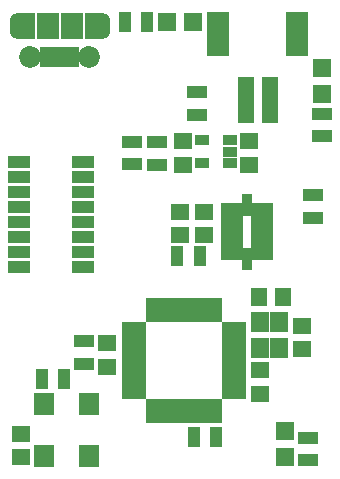
<source format=gbr>
G04 #@! TF.GenerationSoftware,KiCad,Pcbnew,5.0.0-fee4fd1~66~ubuntu16.04.1*
G04 #@! TF.CreationDate,2019-03-22T18:21:00-04:00*
G04 #@! TF.ProjectId,circuit,636972637569742E6B696361645F7063,rev?*
G04 #@! TF.SameCoordinates,Original*
G04 #@! TF.FileFunction,Soldermask,Top*
G04 #@! TF.FilePolarity,Negative*
%FSLAX46Y46*%
G04 Gerber Fmt 4.6, Leading zero omitted, Abs format (unit mm)*
G04 Created by KiCad (PCBNEW 5.0.0-fee4fd1~66~ubuntu16.04.1) date Fri Mar 22 18:21:00 2019*
%MOMM*%
%LPD*%
G01*
G04 APERTURE LIST*
%ADD10R,1.900000X1.000000*%
%ADD11R,0.950000X1.945000*%
%ADD12R,1.945000X0.950000*%
%ADD13R,1.650000X1.400000*%
%ADD14R,1.400000X1.650000*%
%ADD15R,1.600000X1.600000*%
%ADD16R,1.400000X3.900000*%
%ADD17R,1.900000X3.800000*%
%ADD18R,1.700000X1.100000*%
%ADD19R,1.100000X1.700000*%
%ADD20R,1.800000X1.900000*%
%ADD21R,2.000000X0.950000*%
%ADD22R,0.950000X2.000000*%
%ADD23R,1.600000X1.800000*%
%ADD24R,1.200000X0.950000*%
%ADD25R,1.600000X2.300000*%
%ADD26O,1.600000X2.300000*%
%ADD27R,1.900000X2.300000*%
%ADD28C,1.850000*%
%ADD29R,0.800000X1.750000*%
G04 APERTURE END LIST*
D10*
G04 #@! TO.C,U6*
X191320000Y-87665000D03*
X191320000Y-88935000D03*
X191320000Y-90205000D03*
X191320000Y-91475000D03*
X191320000Y-92745000D03*
X191320000Y-94015000D03*
X191320000Y-95285000D03*
X191320000Y-96555000D03*
X185920000Y-96555000D03*
X185920000Y-95285000D03*
X185920000Y-94015000D03*
X185920000Y-92745000D03*
X185920000Y-91475000D03*
X185920000Y-90205000D03*
X185920000Y-88935000D03*
X185920000Y-87665000D03*
G04 #@! TD*
D11*
G04 #@! TO.C,U3*
X205210000Y-95847500D03*
X205210000Y-91252500D03*
D12*
X206507500Y-93950000D03*
X206507500Y-93150000D03*
X203912500Y-93950000D03*
X203912500Y-93150000D03*
X206507500Y-94750000D03*
X206507500Y-95550000D03*
X206507500Y-92350000D03*
X206507500Y-91550000D03*
X203912500Y-92350000D03*
X203912500Y-94750000D03*
X203912500Y-91550000D03*
X203912500Y-95550000D03*
G04 #@! TD*
D13*
G04 #@! TO.C,C1*
X186070000Y-112640000D03*
X186070000Y-110640000D03*
G04 #@! TD*
G04 #@! TO.C,C4*
X209857220Y-101508700D03*
X209857220Y-103508700D03*
G04 #@! TD*
D14*
G04 #@! TO.C,C5*
X206235940Y-99100020D03*
X208235940Y-99100020D03*
G04 #@! TD*
D13*
G04 #@! TO.C,C6*
X193370000Y-104970000D03*
X193370000Y-102970000D03*
G04 #@! TD*
G04 #@! TO.C,C7*
X206329160Y-107262060D03*
X206329160Y-105262060D03*
G04 #@! TD*
D15*
G04 #@! TO.C,D1*
X200660000Y-75750000D03*
X198460000Y-75750000D03*
G04 #@! TD*
G04 #@! TO.C,D2*
X208373580Y-110446720D03*
X208373580Y-112646720D03*
G04 #@! TD*
G04 #@! TO.C,D3*
X211528660Y-79651500D03*
X211528660Y-81851500D03*
G04 #@! TD*
D16*
G04 #@! TO.C,J1*
X207116680Y-82344260D03*
X205116680Y-82344260D03*
D17*
X209466680Y-76794260D03*
X202766680Y-76794260D03*
G04 #@! TD*
D18*
G04 #@! TO.C,R1*
X210380180Y-110998040D03*
X210380180Y-112898040D03*
G04 #@! TD*
D19*
G04 #@! TO.C,R2*
X194860000Y-75780000D03*
X196760000Y-75780000D03*
G04 #@! TD*
D18*
G04 #@! TO.C,R3*
X211576920Y-83550720D03*
X211576920Y-85450720D03*
G04 #@! TD*
G04 #@! TO.C,R4*
X200930000Y-83630000D03*
X200930000Y-81730000D03*
G04 #@! TD*
D19*
G04 #@! TO.C,R5*
X189725380Y-106011980D03*
X187825380Y-106011980D03*
G04 #@! TD*
G04 #@! TO.C,R6*
X202597940Y-110878000D03*
X200697940Y-110878000D03*
G04 #@! TD*
D18*
G04 #@! TO.C,R7*
X191360000Y-102830000D03*
X191360000Y-104730000D03*
G04 #@! TD*
D20*
G04 #@! TO.C,U1*
X191843820Y-108157920D03*
X188043820Y-108157920D03*
X191843820Y-112557920D03*
X188043820Y-112557920D03*
G04 #@! TD*
D21*
G04 #@! TO.C,U4*
X204086920Y-107246720D03*
X204086920Y-106446720D03*
X204086920Y-105646720D03*
X204086920Y-104846720D03*
X204086920Y-104046720D03*
X204086920Y-103246720D03*
X204086920Y-102446720D03*
X204086920Y-101646720D03*
D22*
X202636920Y-100196720D03*
X201836920Y-100196720D03*
X201036920Y-100196720D03*
X200236920Y-100196720D03*
X199436920Y-100196720D03*
X198636920Y-100196720D03*
X197836920Y-100196720D03*
X197036920Y-100196720D03*
D21*
X195586920Y-101646720D03*
X195586920Y-102446720D03*
X195586920Y-103246720D03*
X195586920Y-104046720D03*
X195586920Y-104846720D03*
X195586920Y-105646720D03*
X195586920Y-106446720D03*
X195586920Y-107246720D03*
D22*
X197036920Y-108696720D03*
X197836920Y-108696720D03*
X198636920Y-108696720D03*
X199436920Y-108696720D03*
X200236920Y-108696720D03*
X201036920Y-108696720D03*
X201836920Y-108696720D03*
X202636920Y-108696720D03*
G04 #@! TD*
D23*
G04 #@! TO.C,Y1*
X207893700Y-103418200D03*
X207893700Y-101218200D03*
X206293700Y-101218200D03*
X206293700Y-103418200D03*
G04 #@! TD*
D13*
G04 #@! TO.C,C2*
X205360000Y-85870000D03*
X205360000Y-87870000D03*
G04 #@! TD*
G04 #@! TO.C,C3*
X199800000Y-87890000D03*
X199800000Y-85890000D03*
G04 #@! TD*
D18*
G04 #@! TO.C,R8*
X195490000Y-87830000D03*
X195490000Y-85930000D03*
G04 #@! TD*
D19*
G04 #@! TO.C,R9*
X199280000Y-95630000D03*
X201180000Y-95630000D03*
G04 #@! TD*
D18*
G04 #@! TO.C,R10*
X197570000Y-87850000D03*
X197570000Y-85950000D03*
G04 #@! TD*
G04 #@! TO.C,R11*
X210810000Y-92350000D03*
X210810000Y-90450000D03*
G04 #@! TD*
D24*
G04 #@! TO.C,U2*
X201350000Y-87710000D03*
X201350000Y-85810000D03*
X203750000Y-85810000D03*
X203750000Y-86760000D03*
X203750000Y-87710000D03*
G04 #@! TD*
D25*
G04 #@! TO.C,U5*
X192250000Y-76080000D03*
X186450000Y-76080000D03*
D26*
X185850000Y-76080000D03*
X192850000Y-76080000D03*
D27*
X190350000Y-76080000D03*
D28*
X186850000Y-78780000D03*
D29*
X189350000Y-78780000D03*
X188700000Y-78780000D03*
X188050000Y-78780000D03*
X190650000Y-78780000D03*
X190000000Y-78780000D03*
D28*
X191850000Y-78780000D03*
D27*
X188350000Y-76080000D03*
G04 #@! TD*
D13*
G04 #@! TO.C,C8*
X199550000Y-93830000D03*
X199550000Y-91830000D03*
G04 #@! TD*
G04 #@! TO.C,C9*
X201580000Y-91830000D03*
X201580000Y-93830000D03*
G04 #@! TD*
M02*

</source>
